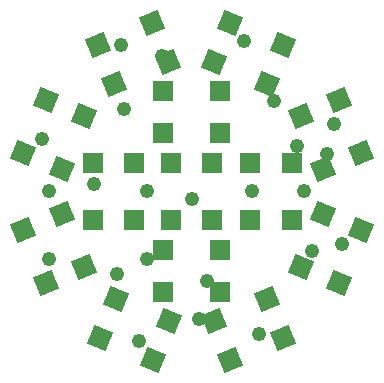
<source format=gts>
%FSLAX25Y25*%
%MOIN*%
G70*
G01*
G75*
G04 Layer_Color=128*
%ADD10R,0.05906X0.05906*%
%ADD11R,0.05906X0.05906*%
%ADD12P,0.08352X4X337.5*%
%ADD13P,0.08352X4X382.5*%
%ADD14P,0.08352X4X67.5*%
%ADD15P,0.08352X4X112.5*%
%ADD16C,0.02500*%
%ADD17C,0.04000*%
%ADD18R,0.05000X0.08000*%
%ADD19R,0.12205X0.17716*%
%ADD20C,0.05000*%
%ADD21C,0.01000*%
%ADD22C,0.01200*%
%ADD23C,0.01500*%
%ADD24R,0.04906X0.04906*%
%ADD25R,0.04906X0.04906*%
%ADD26P,0.06937X4X337.5*%
%ADD27P,0.06937X4X382.5*%
%ADD28P,0.06937X4X67.5*%
%ADD29P,0.06937X4X112.5*%
%ADD30R,0.04000X0.07000*%
%ADD31R,0.11205X0.16716*%
%ADD32R,0.06706X0.06706*%
%ADD33R,0.06706X0.06706*%
%ADD34P,0.09483X4X337.5*%
%ADD35P,0.09483X4X382.5*%
%ADD36P,0.09483X4X67.5*%
%ADD37P,0.09483X4X112.5*%
%ADD38C,0.04800*%
D32*
X1106890Y790354D02*
D03*
X1093110Y790354D02*
D03*
X1106890Y809646D02*
D03*
X1093110D02*
D03*
X1119610D02*
D03*
X1133390D02*
D03*
X1119610Y790354D02*
D03*
X1133390D02*
D03*
X1080890D02*
D03*
X1067110Y790354D02*
D03*
X1080890Y809646D02*
D03*
X1067110D02*
D03*
D33*
X1109646Y780390D02*
D03*
Y766610D02*
D03*
X1090354Y780390D02*
D03*
Y766610D02*
D03*
Y819610D02*
D03*
Y833390D02*
D03*
X1109646Y819610D02*
D03*
Y833390D02*
D03*
D34*
X1064057Y774725D02*
D03*
X1051326Y769452D02*
D03*
X1056674Y792548D02*
D03*
X1043943Y787275D02*
D03*
X1136444Y825275D02*
D03*
X1149174Y830548D02*
D03*
X1143826Y807452D02*
D03*
X1156557Y812725D02*
D03*
D35*
X1092548Y756674D02*
D03*
X1087275Y743944D02*
D03*
X1074725Y764056D02*
D03*
X1069452Y751326D02*
D03*
X1107452Y843326D02*
D03*
X1112725Y856057D02*
D03*
X1125275Y835943D02*
D03*
X1130548Y848674D02*
D03*
D36*
X1125275Y764056D02*
D03*
X1130548Y751326D02*
D03*
X1107452Y756674D02*
D03*
X1112725Y743944D02*
D03*
X1074225Y835943D02*
D03*
X1068952Y848674D02*
D03*
X1092048Y843326D02*
D03*
X1086775Y856057D02*
D03*
D37*
X1143826Y792548D02*
D03*
X1156557Y787275D02*
D03*
X1136443Y774725D02*
D03*
X1149174Y769452D02*
D03*
X1056674Y807452D02*
D03*
X1043944Y812725D02*
D03*
X1064057Y825275D02*
D03*
X1051326Y830548D02*
D03*
D38*
X1127500Y830000D02*
D03*
X1145000Y812500D02*
D03*
X1135000Y815000D02*
D03*
X1077500Y827500D02*
D03*
X1090000Y845000D02*
D03*
X1140000Y780000D02*
D03*
X1137500Y800000D02*
D03*
X1105000Y770000D02*
D03*
X1102500Y757500D02*
D03*
X1085000Y800000D02*
D03*
Y777500D02*
D03*
X1075000Y772500D02*
D03*
X1050000Y817500D02*
D03*
X1052500Y777500D02*
D03*
X1082500Y750000D02*
D03*
X1122500Y752500D02*
D03*
X1150000Y782500D02*
D03*
X1147500Y822500D02*
D03*
X1117500Y850000D02*
D03*
X1076326Y848674D02*
D03*
X1100000Y797500D02*
D03*
X1120000Y800000D02*
D03*
X1067500Y802500D02*
D03*
X1052500Y800000D02*
D03*
M02*

</source>
